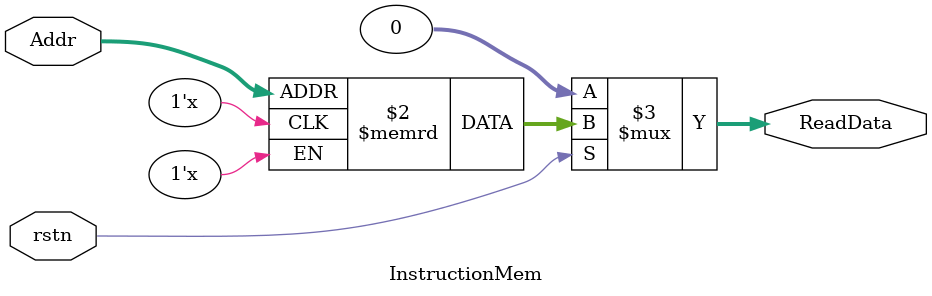
<source format=sv>
`timescale 1ns / 1ps


module InstructionMem(
    input logic rstn,
    input logic [31:0] Addr,
    output logic [31:0] ReadData
);
    logic [31:0] memory [2^30-1:0];
    
    assign ReadData = (~rstn) ? {32{1'b0}} : memory[Addr];


//   initial begin
//     memory[0] = 32'hFFC4A303;
//     memory[5] = 32'h00832383;
//   end

endmodule

</source>
